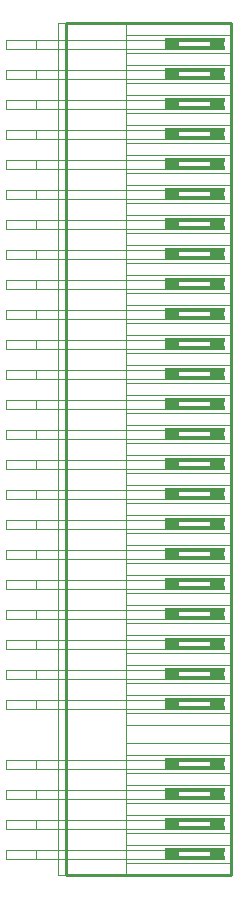
<source format=gbr>
*
%LPD*%
%LNBOTTOMOVERLAY*%
%FSLAX25Y25*%
%MOIN*%
%AD*%
%AD*%
%ADD11C,0.002*%
%ADD13C,0.01*%
%ADD14C,0.004*%
%ADD18R,0.05X0.04*%
%ADD19R,0.2X0.015*%
G54D11*
%SRX1Y1I0.0J0.0*%
G1X362500Y39000D2*
G1X362500Y42000D1*
G1X362500Y39000D2*
G1X435000Y39000D1*
G1X362500Y42000D2*
G1X435000Y42000D1*
G1X362500Y49000D2*
G1X362500Y52000D1*
G1X362500Y49000D2*
G1X435000Y49000D1*
G1X362500Y52000D2*
G1X435000Y52000D1*
G1X362500Y59000D2*
G1X362500Y62000D1*
G1X362500Y59000D2*
G1X435000Y59000D1*
G1X362500Y62000D2*
G1X435000Y62000D1*
G1X362500Y69000D2*
G1X362500Y72000D1*
G1X362500Y69000D2*
G1X435000Y69000D1*
G1X362500Y72000D2*
G1X435000Y72000D1*
G1X362500Y89000D2*
G1X362500Y92000D1*
G1X362500Y89000D2*
G1X435000Y89000D1*
G1X362500Y92000D2*
G1X435000Y92000D1*
G1X362500Y99000D2*
G1X362500Y102000D1*
G1X362500Y99000D2*
G1X435000Y99000D1*
G1X362500Y102000D2*
G1X435000Y102000D1*
G1X362500Y109000D2*
G1X362500Y112000D1*
G1X362500Y109000D2*
G1X435000Y109000D1*
G1X362500Y112000D2*
G1X435000Y112000D1*
G1X362500Y119000D2*
G1X362500Y122000D1*
G1X362500Y119000D2*
G1X435000Y119000D1*
G1X362500Y122000D2*
G1X435000Y122000D1*
G1X362500Y129000D2*
G1X362500Y132000D1*
G1X362500Y129000D2*
G1X435000Y129000D1*
G1X362500Y132000D2*
G1X435000Y132000D1*
G1X362500Y139000D2*
G1X362500Y142000D1*
G1X362500Y139000D2*
G1X435000Y139000D1*
G1X362500Y142000D2*
G1X435000Y142000D1*
G1X362500Y149000D2*
G1X362500Y152000D1*
G1X362500Y149000D2*
G1X435000Y149000D1*
G1X362500Y152000D2*
G1X435000Y152000D1*
G1X362500Y159000D2*
G1X362500Y162000D1*
G1X362500Y159000D2*
G1X435000Y159000D1*
G1X362500Y162000D2*
G1X435000Y162000D1*
G1X362500Y169000D2*
G1X362500Y172000D1*
G1X362500Y169000D2*
G1X435000Y169000D1*
G1X362500Y172000D2*
G1X435000Y172000D1*
G1X362500Y179000D2*
G1X362500Y182000D1*
G1X362500Y179000D2*
G1X435000Y179000D1*
G1X362500Y182000D2*
G1X435000Y182000D1*
G1X362500Y189000D2*
G1X362500Y192000D1*
G1X362500Y189000D2*
G1X435000Y189000D1*
G1X362500Y192000D2*
G1X435000Y192000D1*
G1X362500Y199000D2*
G1X362500Y202000D1*
G1X362500Y199000D2*
G1X435000Y199000D1*
G1X362500Y202000D2*
G1X435000Y202000D1*
G1X362500Y209000D2*
G1X362500Y212000D1*
G1X362500Y209000D2*
G1X435000Y209000D1*
G1X362500Y212000D2*
G1X435000Y212000D1*
G1X362500Y219000D2*
G1X362500Y222000D1*
G1X362500Y219000D2*
G1X435000Y219000D1*
G1X362500Y222000D2*
G1X435000Y222000D1*
G1X362500Y229000D2*
G1X362500Y232000D1*
G1X362500Y229000D2*
G1X435000Y229000D1*
G1X362500Y232000D2*
G1X435000Y232000D1*
G1X362500Y239000D2*
G1X362500Y242000D1*
G1X362500Y239000D2*
G1X435000Y239000D1*
G1X362500Y242000D2*
G1X435000Y242000D1*
G1X362500Y249000D2*
G1X362500Y252000D1*
G1X362500Y249000D2*
G1X435000Y249000D1*
G1X362500Y252000D2*
G1X435000Y252000D1*
G1X362500Y259000D2*
G1X362500Y262000D1*
G1X362500Y259000D2*
G1X435000Y259000D1*
G1X362500Y262000D2*
G1X435000Y262000D1*
G1X362500Y269000D2*
G1X362500Y272000D1*
G1X362500Y269000D2*
G1X435000Y269000D1*
G1X362500Y272000D2*
G1X435000Y272000D1*
G1X362500Y279000D2*
G1X362500Y282000D1*
G1X362500Y279000D2*
G1X435000Y279000D1*
G1X362500Y282000D2*
G1X435000Y282000D1*
G1X362500Y289000D2*
G1X362500Y292000D1*
G1X362500Y289000D2*
G1X435000Y289000D1*
G1X362500Y292000D2*
G1X435000Y292000D1*
G1X362500Y299000D2*
G1X362500Y302000D1*
G1X362500Y299000D2*
G1X435000Y299000D1*
G1X362500Y302000D2*
G1X435000Y302000D1*
G1X362500Y309000D2*
G1X362500Y312000D1*
G1X362500Y309000D2*
G1X435000Y309000D1*
G1X362500Y312000D2*
G1X435000Y312000D1*
G1X372500Y39000D2*
G1X372500Y42000D1*
G1X372500Y49000D2*
G1X372500Y52000D1*
G1X372500Y59000D2*
G1X372500Y62000D1*
G1X372500Y69000D2*
G1X372500Y72000D1*
G1X372500Y89000D2*
G1X372500Y92000D1*
G1X372500Y99000D2*
G1X372500Y102000D1*
G1X372500Y109000D2*
G1X372500Y112000D1*
G1X372500Y119000D2*
G1X372500Y122000D1*
G1X372500Y129000D2*
G1X372500Y132000D1*
G1X372500Y139000D2*
G1X372500Y142000D1*
G1X372500Y149000D2*
G1X372500Y152000D1*
G1X372500Y159000D2*
G1X372500Y162000D1*
G1X372500Y169000D2*
G1X372500Y172000D1*
G1X372500Y179000D2*
G1X372500Y182000D1*
G1X372500Y189000D2*
G1X372500Y192000D1*
G1X372500Y199000D2*
G1X372500Y202000D1*
G1X372500Y209000D2*
G1X372500Y212000D1*
G1X372500Y219000D2*
G1X372500Y222000D1*
G1X372500Y229000D2*
G1X372500Y232000D1*
G1X372500Y239000D2*
G1X372500Y242000D1*
G1X372500Y249000D2*
G1X372500Y252000D1*
G1X372500Y259000D2*
G1X372500Y262000D1*
G1X372500Y269000D2*
G1X372500Y272000D1*
G1X372500Y279000D2*
G1X372500Y282000D1*
G1X372500Y289000D2*
G1X372500Y292000D1*
G1X372500Y299000D2*
G1X372500Y302000D1*
G1X372500Y309000D2*
G1X372500Y312000D1*
G1X380000Y33500D2*
G54D14*
G1X380000Y317500D1*
G1X380000Y33500D2*
G1X382500Y33500D1*
G1X380000Y317500D2*
G1X382500Y317500D1*
G1X382500Y33500D2*
G54D13*
G1X382500Y317500D1*
G1X382500Y33500D2*
G1X437500Y33500D1*
G1X382500Y317500D2*
G1X437500Y317500D1*
G1X402500Y33500D2*
G54D14*
G1X402500Y317500D1*
G1X402500Y37500D2*
G1X437500Y37500D1*
G1X402500Y43500D2*
G1X437500Y43500D1*
G1X402500Y47500D2*
G1X437500Y47500D1*
G1X402500Y53500D2*
G1X437500Y53500D1*
G1X402500Y57500D2*
G1X437500Y57500D1*
G1X402500Y63500D2*
G1X437500Y63500D1*
G1X402500Y67500D2*
G1X437500Y67500D1*
G1X402500Y73500D2*
G1X437500Y73500D1*
G1X402500Y77500D2*
G1X437500Y77500D1*
G1X402500Y83500D2*
G1X437500Y83500D1*
G1X402500Y87500D2*
G1X437500Y87500D1*
G1X402500Y93500D2*
G1X437500Y93500D1*
G1X402500Y97500D2*
G1X437500Y97500D1*
G1X402500Y103500D2*
G1X437500Y103500D1*
G1X402500Y107500D2*
G1X437500Y107500D1*
G1X402500Y113500D2*
G1X437500Y113500D1*
G1X402500Y117500D2*
G1X437500Y117500D1*
G1X402500Y123500D2*
G1X437500Y123500D1*
G1X402500Y127500D2*
G1X437500Y127500D1*
G1X402500Y133500D2*
G1X437500Y133500D1*
G1X402500Y137500D2*
G1X437500Y137500D1*
G1X402500Y143500D2*
G1X437500Y143500D1*
G1X402500Y147500D2*
G1X437500Y147500D1*
G1X402500Y153500D2*
G1X437500Y153500D1*
G1X402500Y157500D2*
G1X437500Y157500D1*
G1X402500Y163500D2*
G1X437500Y163500D1*
G1X402500Y167500D2*
G1X437500Y167500D1*
G1X402500Y173500D2*
G1X437500Y173500D1*
G1X402500Y177500D2*
G1X437500Y177500D1*
G1X402500Y183500D2*
G1X437500Y183500D1*
G1X402500Y187500D2*
G1X437500Y187500D1*
G1X402500Y193500D2*
G1X437500Y193500D1*
G1X402500Y197500D2*
G1X437500Y197500D1*
G1X402500Y203500D2*
G1X437500Y203500D1*
G1X402500Y207500D2*
G1X437500Y207500D1*
G1X402500Y213500D2*
G1X437500Y213500D1*
G1X402500Y217500D2*
G1X437500Y217500D1*
G1X402500Y223500D2*
G1X437500Y223500D1*
G1X402500Y227500D2*
G1X437500Y227500D1*
G1X402500Y233500D2*
G1X437500Y233500D1*
G1X402500Y237500D2*
G1X437500Y237500D1*
G1X402500Y243500D2*
G1X437500Y243500D1*
G1X402500Y247500D2*
G1X437500Y247500D1*
G1X402500Y253500D2*
G1X437500Y253500D1*
G1X402500Y257500D2*
G1X437500Y257500D1*
G1X402500Y263500D2*
G1X437500Y263500D1*
G1X402500Y267500D2*
G1X437500Y267500D1*
G1X402500Y273500D2*
G1X437500Y273500D1*
G1X402500Y277500D2*
G1X437500Y277500D1*
G1X402500Y283500D2*
G1X437500Y283500D1*
G1X402500Y287500D2*
G1X437500Y287500D1*
G1X402500Y293500D2*
G1X437500Y293500D1*
G1X402500Y297500D2*
G1X437500Y297500D1*
G1X402500Y303500D2*
G1X437500Y303500D1*
G1X402500Y307500D2*
G1X437500Y307500D1*
G1X402500Y313500D2*
G1X437500Y313500D1*
G1X416000Y39000D2*
G54D11*
G1X416000Y42000D1*
G1X416000Y39000D2*
G1X416000Y42000D1*
G1X416000Y49000D2*
G1X416000Y52000D1*
G1X416000Y49000D2*
G1X416000Y52000D1*
G1X416000Y59000D2*
G1X416000Y62000D1*
G1X416000Y59000D2*
G1X416000Y62000D1*
G1X416000Y69000D2*
G1X416000Y72000D1*
G1X416000Y69000D2*
G1X416000Y72000D1*
G1X416000Y89000D2*
G1X416000Y92000D1*
G1X416000Y89000D2*
G1X416000Y92000D1*
G1X416000Y99000D2*
G1X416000Y102000D1*
G1X416000Y99000D2*
G1X416000Y102000D1*
G1X416000Y109000D2*
G1X416000Y112000D1*
G1X416000Y109000D2*
G1X416000Y112000D1*
G1X416000Y119000D2*
G1X416000Y122000D1*
G1X416000Y119000D2*
G1X416000Y122000D1*
G1X416000Y129000D2*
G1X416000Y132000D1*
G1X416000Y129000D2*
G1X416000Y132000D1*
G1X416000Y139000D2*
G1X416000Y142000D1*
G1X416000Y139000D2*
G1X416000Y142000D1*
G1X416000Y149000D2*
G1X416000Y152000D1*
G1X416000Y149000D2*
G1X416000Y152000D1*
G1X416000Y159000D2*
G1X416000Y162000D1*
G1X416000Y159000D2*
G1X416000Y162000D1*
G1X416000Y169000D2*
G1X416000Y172000D1*
G1X416000Y169000D2*
G1X416000Y172000D1*
G1X416000Y179000D2*
G1X416000Y182000D1*
G1X416000Y179000D2*
G1X416000Y182000D1*
G1X416000Y189000D2*
G1X416000Y192000D1*
G1X416000Y189000D2*
G1X416000Y192000D1*
G1X416000Y199000D2*
G1X416000Y202000D1*
G1X416000Y199000D2*
G1X416000Y202000D1*
G1X416000Y209000D2*
G1X416000Y212000D1*
G1X416000Y209000D2*
G1X416000Y212000D1*
G1X416000Y219000D2*
G1X416000Y222000D1*
G1X416000Y219000D2*
G1X416000Y222000D1*
G1X416000Y229000D2*
G1X416000Y232000D1*
G1X416000Y229000D2*
G1X416000Y232000D1*
G1X416000Y239000D2*
G1X416000Y242000D1*
G1X416000Y239000D2*
G1X416000Y242000D1*
G1X416000Y249000D2*
G1X416000Y252000D1*
G1X416000Y249000D2*
G1X416000Y252000D1*
G1X416000Y259000D2*
G1X416000Y262000D1*
G1X416000Y259000D2*
G1X416000Y262000D1*
G1X416000Y269000D2*
G1X416000Y272000D1*
G1X416000Y269000D2*
G1X416000Y272000D1*
G1X416000Y279000D2*
G1X416000Y282000D1*
G1X416000Y279000D2*
G1X416000Y282000D1*
G1X416000Y289000D2*
G1X416000Y292000D1*
G1X416000Y289000D2*
G1X416000Y292000D1*
G1X416000Y299000D2*
G1X416000Y302000D1*
G1X416000Y299000D2*
G1X416000Y302000D1*
G1X416000Y309000D2*
G1X416000Y312000D1*
G1X435000Y39000D2*
G1X435000Y42000D1*
G1X435000Y39000D2*
G1X435000Y42000D1*
G1X435000Y49000D2*
G1X435000Y52000D1*
G1X435000Y49000D2*
G1X435000Y52000D1*
G1X435000Y59000D2*
G1X435000Y62000D1*
G1X435000Y59000D2*
G1X435000Y62000D1*
G1X435000Y69000D2*
G1X435000Y72000D1*
G1X435000Y69000D2*
G1X435000Y72000D1*
G1X435000Y89000D2*
G1X435000Y92000D1*
G1X435000Y89000D2*
G1X435000Y92000D1*
G1X435000Y99000D2*
G1X435000Y102000D1*
G1X435000Y99000D2*
G1X435000Y102000D1*
G1X435000Y109000D2*
G1X435000Y112000D1*
G1X435000Y109000D2*
G1X435000Y112000D1*
G1X435000Y119000D2*
G1X435000Y122000D1*
G1X435000Y119000D2*
G1X435000Y122000D1*
G1X435000Y129000D2*
G1X435000Y132000D1*
G1X435000Y129000D2*
G1X435000Y132000D1*
G1X435000Y139000D2*
G1X435000Y142000D1*
G1X435000Y139000D2*
G1X435000Y142000D1*
G1X435000Y149000D2*
G1X435000Y152000D1*
G1X435000Y149000D2*
G1X435000Y152000D1*
G1X435000Y159000D2*
G1X435000Y162000D1*
G1X435000Y159000D2*
G1X435000Y162000D1*
G1X435000Y169000D2*
G1X435000Y172000D1*
G1X435000Y169000D2*
G1X435000Y172000D1*
G1X435000Y179000D2*
G1X435000Y182000D1*
G1X435000Y179000D2*
G1X435000Y182000D1*
G1X435000Y189000D2*
G1X435000Y192000D1*
G1X435000Y189000D2*
G1X435000Y192000D1*
G1X435000Y199000D2*
G1X435000Y202000D1*
G1X435000Y199000D2*
G1X435000Y202000D1*
G1X435000Y209000D2*
G1X435000Y212000D1*
G1X435000Y209000D2*
G1X435000Y212000D1*
G1X435000Y219000D2*
G1X435000Y222000D1*
G1X435000Y219000D2*
G1X435000Y222000D1*
G1X435000Y229000D2*
G1X435000Y232000D1*
G1X435000Y229000D2*
G1X435000Y232000D1*
G1X435000Y239000D2*
G1X435000Y242000D1*
G1X435000Y239000D2*
G1X435000Y242000D1*
G1X435000Y249000D2*
G1X435000Y252000D1*
G1X435000Y249000D2*
G1X435000Y252000D1*
G1X435000Y259000D2*
G1X435000Y262000D1*
G1X435000Y259000D2*
G1X435000Y262000D1*
G1X435000Y269000D2*
G1X435000Y272000D1*
G1X435000Y269000D2*
G1X435000Y272000D1*
G1X435000Y279000D2*
G1X435000Y282000D1*
G1X435000Y279000D2*
G1X435000Y282000D1*
G1X435000Y289000D2*
G1X435000Y292000D1*
G1X435000Y289000D2*
G1X435000Y292000D1*
G1X435000Y299000D2*
G1X435000Y302000D1*
G1X435000Y299000D2*
G1X435000Y302000D1*
G1X435000Y309000D2*
G1X435000Y312000D1*
G1X437500Y33500D2*
G54D13*
G1X437500Y317500D1*
G54D18*
G1X418000Y40500D3*
G1X418000Y50500D3*
G1X418000Y60500D3*
G1X418000Y70500D3*
G1X418000Y90500D3*
G1X418000Y100500D3*
G1X418000Y110500D3*
G1X418000Y120500D3*
G1X418000Y130500D3*
G1X418000Y140500D3*
G1X418000Y150500D3*
G1X418000Y160500D3*
G1X418000Y170500D3*
G1X418000Y180500D3*
G1X418000Y190500D3*
G1X418000Y200500D3*
G1X418000Y210500D3*
G1X418000Y220500D3*
G1X418000Y230500D3*
G1X418000Y240500D3*
G1X418000Y250500D3*
G1X418000Y260500D3*
G1X418000Y270500D3*
G1X418000Y280500D3*
G1X418000Y290500D3*
G1X418000Y300500D3*
G1X418000Y310500D3*
G54D19*
G1X425500Y39250D3*
G1X425500Y41750D3*
G1X425500Y49250D3*
G1X425500Y51750D3*
G1X425500Y59250D3*
G1X425500Y61750D3*
G1X425500Y69250D3*
G1X425500Y71750D3*
G1X425500Y89250D3*
G1X425500Y91750D3*
G1X425500Y99250D3*
G1X425500Y101750D3*
G1X425500Y109250D3*
G1X425500Y111750D3*
G1X425500Y119250D3*
G1X425500Y121750D3*
G1X425500Y129250D3*
G1X425500Y131750D3*
G1X425500Y139250D3*
G1X425500Y141750D3*
G1X425500Y149250D3*
G1X425500Y151750D3*
G1X425500Y159250D3*
G1X425500Y161750D3*
G1X425500Y169250D3*
G1X425500Y171750D3*
G1X425500Y179250D3*
G1X425500Y181750D3*
G1X425500Y189250D3*
G1X425500Y191750D3*
G1X425500Y199250D3*
G1X425500Y201750D3*
G1X425500Y209250D3*
G1X425500Y211750D3*
G1X425500Y219250D3*
G1X425500Y221750D3*
G1X425500Y229250D3*
G1X425500Y231750D3*
G1X425500Y239250D3*
G1X425500Y241750D3*
G1X425500Y249250D3*
G1X425500Y251750D3*
G1X425500Y259250D3*
G1X425500Y261750D3*
G1X425500Y269250D3*
G1X425500Y271750D3*
G1X425500Y279250D3*
G1X425500Y281750D3*
G1X425500Y289250D3*
G1X425500Y291750D3*
G1X425500Y299250D3*
G1X425500Y301750D3*
G1X425500Y309250D3*
G1X425500Y311750D3*
G54D18*
G1X433000Y40500D3*
G1X433000Y50500D3*
G1X433000Y60500D3*
G1X433000Y70500D3*
G1X433000Y90500D3*
G1X433000Y100500D3*
G1X433000Y110500D3*
G1X433000Y120500D3*
G1X433000Y130500D3*
G1X433000Y140500D3*
G1X433000Y150500D3*
G1X433000Y160500D3*
G1X433000Y170500D3*
G1X433000Y180500D3*
G1X433000Y190500D3*
G1X433000Y200500D3*
G1X433000Y210500D3*
G1X433000Y220500D3*
G1X433000Y230500D3*
G1X433000Y240500D3*
G1X433000Y250500D3*
G1X433000Y260500D3*
G1X433000Y270500D3*
G1X433000Y280500D3*
G1X433000Y290500D3*
G1X433000Y300500D3*
G1X433000Y310500D3*
M2*

</source>
